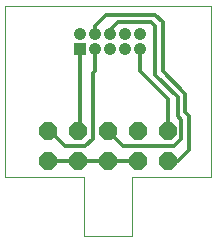
<source format=gbl>
G75*
%MOIN*%
%OFA0B0*%
%FSLAX24Y24*%
%IPPOS*%
%LPD*%
%AMOC8*
5,1,8,0,0,1.08239X$1,22.5*
%
%ADD10C,0.0000*%
%ADD11OC8,0.0600*%
%ADD12C,0.0413*%
%ADD13R,0.0413X0.0413*%
%ADD14C,0.0120*%
D10*
X000100Y002069D02*
X000100Y007777D01*
X006950Y007777D01*
X006950Y002069D01*
X004313Y002069D01*
X004313Y000100D01*
X002738Y000100D01*
X002738Y002069D01*
X000100Y002069D01*
D11*
X001525Y002600D03*
X001525Y003600D03*
X002525Y003600D03*
X003525Y003600D03*
X003525Y002600D03*
X002525Y002600D03*
X004525Y002600D03*
X004525Y003600D03*
X005525Y003600D03*
X005525Y002600D03*
D12*
X004600Y006350D03*
X004100Y006350D03*
X004100Y006850D03*
X004600Y006850D03*
X003600Y006850D03*
X003600Y006350D03*
X003100Y006350D03*
X003100Y006850D03*
X002600Y006850D03*
D13*
X002600Y006350D03*
D14*
X002600Y003600D01*
X002525Y003600D01*
X002775Y003100D02*
X002100Y003100D01*
X001600Y003600D01*
X001525Y003600D01*
X001525Y002600D02*
X002525Y002600D01*
X003525Y002600D01*
X004525Y002600D01*
X004025Y003100D02*
X003525Y003600D01*
X003025Y003350D02*
X003025Y005525D01*
X003100Y005600D01*
X003100Y006350D01*
X003100Y006850D02*
X003100Y007100D01*
X003475Y007475D01*
X005100Y007475D01*
X005350Y007225D01*
X005350Y005600D01*
X006100Y004850D01*
X006100Y004225D01*
X006225Y004100D01*
X006225Y002975D01*
X005850Y002600D01*
X005525Y002600D01*
X005725Y003100D02*
X004025Y003100D01*
X003025Y003350D02*
X002775Y003100D01*
X005100Y005475D02*
X005850Y004725D01*
X005850Y004100D01*
X005975Y003975D01*
X005975Y003350D01*
X005725Y003100D01*
X005525Y003600D02*
X005525Y004675D01*
X004600Y005600D01*
X004600Y006350D01*
X005100Y007100D02*
X005100Y005475D01*
X003600Y006850D02*
X003600Y006975D01*
X003850Y007225D01*
X004975Y007225D01*
X005100Y007100D01*
M02*

</source>
